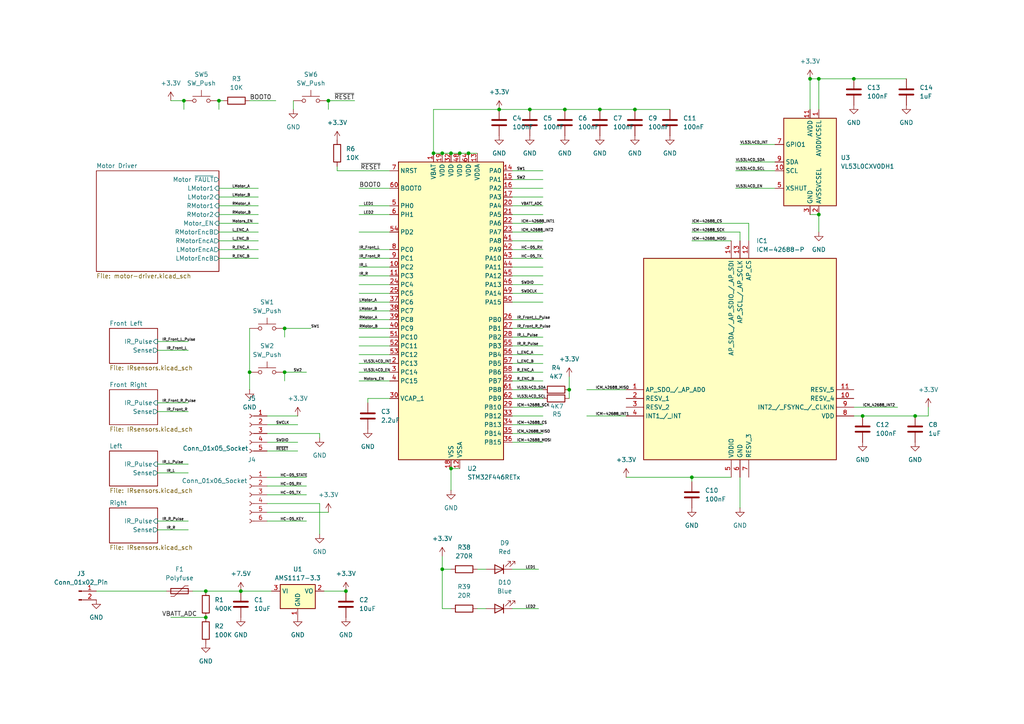
<source format=kicad_sch>
(kicad_sch (version 20231120) (generator "eeschema") (generator_version "8.0")
  (paper "A4")
  (title_block (title "Micromouse") (date "2024-03-31") (rev "1.0") (company "One Big Circle / Torbett Design Ltd"))
  (lib_symbols
    (symbol "Connector:Conn_01x02_Pin" (pin_names (offset 1.016) hide)
      (property "Reference" "J" (at 0 2.54 0))
      (property "Value" "Conn_01x02_Pin" (at 0 -5.08 0))
      (symbol "Conn_01x02_Pin_1_1"
        (polyline (pts (xy 1.27 -2.54) (xy 0.8636 -2.54)) (stroke (width 0.1524)))
        (polyline (pts (xy 1.27 0) (xy 0.8636 0)) (stroke (width 0.1524)))
        (rectangle (start 0.8636 -2.413) (end 0 -2.667) (stroke (width 0.1524)) (fill (type outline)))
        (rectangle (start 0.8636 0.127) (end 0 -0.127) (stroke (width 0.1524)) (fill (type outline)))
        (pin passive line (at 5.08 0 180) (length 3.81) (name "Pin_1") (number "1"))
        (pin passive line (at 5.08 -2.54 180) (length 3.81) (name "Pin_2") (number "2"))
      )
    )
    (symbol "Connector:Conn_01x05_Socket" (pin_names (offset 1.016) hide)
      (property "Reference" "J" (at 0 7.62 0))
      (property "Value" "Conn_01x05_Socket" (at 0 -7.62 0))
      (symbol "Conn_01x05_Socket_1_1"
        (arc (start 0 -4.572) (mid -0.5058 -5.08) (end 0 -5.588) (stroke (width 0.1524)))
        (arc (start 0 -2.032) (mid -0.5058 -2.54) (end 0 -3.048) (stroke (width 0.1524)))
        (polyline (pts (xy -1.27 -5.08) (xy -0.508 -5.08)) (stroke (width 0.1524)))
        (polyline (pts (xy -1.27 -2.54) (xy -0.508 -2.54)) (stroke (width 0.1524)))
        (polyline (pts (xy -1.27 0) (xy -0.508 0)) (stroke (width 0.1524)))
        (polyline (pts (xy -1.27 2.54) (xy -0.508 2.54)) (stroke (width 0.1524)))
        (polyline (pts (xy -1.27 5.08) (xy -0.508 5.08)) (stroke (width 0.1524)))
        (arc (start 0 0.508) (mid -0.5058 0) (end 0 -0.508) (stroke (width 0.1524)))
        (arc (start 0 3.048) (mid -0.5058 2.54) (end 0 2.032) (stroke (width 0.1524)))
        (arc (start 0 5.588) (mid -0.5058 5.08) (end 0 4.572) (stroke (width 0.1524)))
        (pin passive line (at -5.08 5.08 0) (length 3.81) (name "Pin_1") (number "1"))
        (pin passive line (at -5.08 2.54 0) (length 3.81) (name "Pin_2") (number "2"))
        (pin passive line (at -5.08 0 0) (length 3.81) (name "Pin_3") (number "3"))
        (pin passive line (at -5.08 -2.54 0) (length 3.81) (name "Pin_4") (number "4"))
        (pin passive line (at -5.08 -5.08 0) (length 3.81) (name "Pin_5") (number "5"))
      )
    )
    (symbol "Connector:Conn_01x06_Socket" (pin_names (offset 1.016) hide)
      (property "Reference" "J" (at 0 7.62 0))
      (property "Value" "Conn_01x06_Socket" (at 0 -10.16 0))
      (symbol "Conn_01x06_Socket_1_1"
        (arc (start 0 -7.112) (mid -0.5058 -7.62) (end 0 -8.128) (stroke (width 0.1524)))
        (arc (start 0 -4.572) (mid -0.5058 -5.08) (end 0 -5.588) (stroke (width 0.1524)))
        (arc (start 0 -2.032) (mid -0.5058 -2.54) (end 0 -3.048) (stroke (width 0.1524)))
        (polyline (pts (xy -1.27 -7.62) (xy -0.508 -7.62)) (stroke (width 0.1524)))
        (polyline (pts (xy -1.27 -5.08) (xy -0.508 -5.08)) (stroke (width 0.1524)))
        (polyline (pts (xy -1.27 -2.54) (xy -0.508 -2.54)) (stroke (width 0.1524)))
        (polyline (pts (xy -1.27 0) (xy -0.508 0)) (stroke (width 0.1524)))
        (polyline (pts (xy -1.27 2.54) (xy -0.508 2.54)) (stroke (width 0.1524)))
        (polyline (pts (xy -1.27 5.08) (xy -0.508 5.08)) (stroke (width 0.1524)))
        (arc (start 0 0.508) (mid -0.5058 0) (end 0 -0.508) (stroke (width 0.1524)))
        (arc (start 0 3.048) (mid -0.5058 2.54) (end 0 2.032) (stroke (width 0.1524)))
        (arc (start 0 5.588) (mid -0.5058 5.08) (end 0 4.572) (stroke (width 0.1524)))
        (pin passive line (at -5.08 5.08 0) (length 3.81) (name "Pin_1") (number "1"))
        (pin passive line (at -5.08 2.54 0) (length 3.81) (name "Pin_2") (number "2"))
        (pin passive line (at -5.08 0 0) (length 3.81) (name "Pin_3") (number "3"))
        (pin passive line (at -5.08 -2.54 0) (length 3.81) (name "Pin_4") (number "4"))
        (pin passive line (at -5.08 -5.08 0) (length 3.81) (name "Pin_5") (number "5"))
        (pin passive line (at -5.08 -7.62 0) (length 3.81) (name "Pin_6") (number "6"))
      )
    )
    (symbol "Device:C" (pin_numbers hide) (pin_names (offset 0.254))
      (property "Reference" "C" (at 0.635 2.54 0))
      (property "Value" "C" (at 0.635 -2.54 0))
      (symbol "C_0_1"
        (polyline (pts (xy -2.032 -0.762) (xy 2.032 -0.762)) (stroke (width 0.508)))
        (polyline (pts (xy -2.032 0.762) (xy 2.032 0.762)) (stroke (width 0.508)))
      )
      (symbol "C_1_1"
        (pin passive line (at 0 3.81 270) (length 2.794) (name "~") (number "1"))
        (pin passive line (at 0 -3.81 90) (length 2.794) (name "~") (number "2"))
      )
    )
    (symbol "Device:LED" (pin_numbers hide) (pin_names (offset 1.016) hide)
      (property "Reference" "D" (at 0 2.54 0))
      (property "Value" "LED" (at 0 -2.54 0))
      (symbol "LED_0_1"
        (polyline (pts (xy -1.27 -1.27) (xy -1.27 1.27)) (stroke (width 0.254)))
        (polyline (pts (xy -1.27 0) (xy 1.27 0)))
        (polyline (pts (xy 1.27 -1.27) (xy 1.27 1.27) (xy -1.27 0) (xy 1.27 -1.27)) (stroke (width 0.254)))
        (polyline (pts (xy -3.048 -0.762) (xy -4.572 -2.286) (xy -3.81 -2.286) (xy -4.572 -2.286) (xy -4.572 -1.524)))
        (polyline (pts (xy -1.778 -0.762) (xy -3.302 -2.286) (xy -2.54 -2.286) (xy -3.302 -2.286) (xy -3.302 -1.524)))
      )
      (symbol "LED_1_1"
        (pin passive line (at -3.81 0 0) (length 2.54) (name "K") (number "1"))
        (pin passive line (at 3.81 0 180) (length 2.54) (name "A") (number "2"))
      )
    )
    (symbol "Device:Polyfuse" (pin_numbers hide) (pin_names (offset 0))
      (property "Reference" "F" (at -2.54 0 90))
      (property "Value" "Polyfuse" (at 2.54 0 90))
      (symbol "Polyfuse_0_1"
        (rectangle (start -0.762 2.54) (end 0.762 -2.54) (stroke (width 0.254)))
        (polyline (pts (xy 0 2.54) (xy 0 -2.54)))
        (polyline (pts (xy -1.524 2.54) (xy -1.524 1.524) (xy 1.524 -1.524) (xy 1.524 -2.54)))
      )
      (symbol "Polyfuse_1_1"
        (pin passive line (at 0 3.81 270) (length 1.27) (name "~") (number "1"))
        (pin passive line (at 0 -3.81 90) (length 1.27) (name "~") (number "2"))
      )
    )
    (symbol "Device:R" (pin_numbers hide) (pin_names (offset 0))
      (property "Reference" "R" (at 2.032 0 90))
      (property "Value" "R" (at 0 0 90))
      (symbol "R_0_1"
        (rectangle (start -1.016 -2.54) (end 1.016 2.54) (stroke (width 0.254)))
      )
      (symbol "R_1_1"
        (pin passive line (at 0 3.81 270) (length 1.27) (name "~") (number "1"))
        (pin passive line (at 0 -3.81 90) (length 1.27) (name "~") (number "2"))
      )
    )
    (symbol "MCU_ST_STM32F4:STM32F446RETx"
      (property "Reference" "U" (at -15.24 44.45 0))
      (property "Value" "STM32F446RETx" (at 10.16 44.45 0))
      (symbol "STM32F446RETx_0_1"
        (rectangle (start -15.24 -43.18) (end 15.24 43.18) (stroke (width 0.254)) (fill (type background)))
      )
      (symbol "STM32F446RETx_1_1"
        (pin power_in line (at -5.08 45.72 270) (length 2.54) (name "VBAT") (number "1"))
        (pin bidirectional line (at -17.78 12.7 0) (length 2.54) (name "PC2") (number "10"))
        (pin bidirectional line (at -17.78 10.16 0) (length 2.54) (name "PC3") (number "11"))
        (pin power_in line (at 2.54 -45.72 90) (length 2.54) (name "VSSA") (number "12"))
        (pin power_in line (at 7.62 45.72 270) (length 2.54) (name "VDDA") (number "13"))
        (pin bidirectional line (at 17.78 40.64 180) (length 2.54) (name "PA0") (number "14"))
        (pin bidirectional line (at 17.78 38.1 180) (length 2.54) (name "PA1") (number "15"))
        (pin bidirectional line (at 17.78 35.56 180) (length 2.54) (name "PA2") (number "16"))
        (pin bidirectional line (at 17.78 33.02 180) (length 2.54) (name "PA3") (number "17"))
        (pin power_in line (at 0 -45.72 90) (length 2.54) (name "VSS") (number "18"))
        (pin power_in line (at -2.54 45.72 270) (length 2.54) (name "VDD") (number "19"))
        (pin bidirectional line (at -17.78 -15.24 0) (length 2.54) (name "PC13") (number "2"))
        (pin bidirectional line (at 17.78 30.48 180) (length 2.54) (name "PA4") (number "20"))
        (pin bidirectional line (at 17.78 27.94 180) (length 2.54) (name "PA5") (number "21"))
        (pin bidirectional line (at 17.78 25.4 180) (length 2.54) (name "PA6") (number "22"))
        (pin bidirectional line (at 17.78 22.86 180) (length 2.54) (name "PA7") (number "23"))
        (pin bidirectional line (at -17.78 7.62 0) (length 2.54) (name "PC4") (number "24"))
        (pin bidirectional line (at -17.78 5.08 0) (length 2.54) (name "PC5") (number "25"))
        (pin bidirectional line (at 17.78 -2.54 180) (length 2.54) (name "PB0") (number "26"))
        (pin bidirectional line (at 17.78 -5.08 180) (length 2.54) (name "PB1") (number "27"))
        (pin bidirectional line (at 17.78 -7.62 180) (length 2.54) (name "PB2") (number "28"))
        (pin bidirectional line (at 17.78 -27.94 180) (length 2.54) (name "PB10") (number "29"))
        (pin bidirectional line (at -17.78 -17.78 0) (length 2.54) (name "PC14") (number "3"))
        (pin power_out line (at -17.78 -25.4 0) (length 2.54) (name "VCAP_1") (number "30"))
        (pin passive line (at 0 -45.72 90) (length 2.54) hide (name "VSS") (number "31"))
        (pin power_in line (at 0 45.72 270) (length 2.54) (name "VDD") (number "32"))
        (pin bidirectional line (at 17.78 -30.48 180) (length 2.54) (name "PB12") (number "33"))
        (pin bidirectional line (at 17.78 -33.02 180) (length 2.54) (name "PB13") (number "34"))
        (pin bidirectional line (at 17.78 -35.56 180) (length 2.54) (name "PB14") (number "35"))
        (pin bidirectional line (at 17.78 -38.1 180) (length 2.54) (name "PB15") (number "36"))
        (pin bidirectional line (at -17.78 2.54 0) (length 2.54) (name "PC6") (number "37"))
        (pin bidirectional line (at -17.78 0 0) (length 2.54) (name "PC7") (number "38"))
        (pin bidirectional line (at -17.78 -2.54 0) (length 2.54) (name "PC8") (number "39"))
        (pin bidirectional line (at -17.78 -20.32 0) (length 2.54) (name "PC15") (number "4"))
        (pin bidirectional line (at -17.78 -5.08 0) (length 2.54) (name "PC9") (number "40"))
        (pin bidirectional line (at 17.78 20.32 180) (length 2.54) (name "PA8") (number "41"))
        (pin bidirectional line (at 17.78 17.78 180) (length 2.54) (name "PA9") (number "42"))
        (pin bidirectional line (at 17.78 15.24 180) (length 2.54) (name "PA10") (number "43"))
        (pin bidirectional line (at 17.78 12.7 180) (length 2.54) (name "PA11") (number "44"))
        (pin bidirectional line (at 17.78 10.16 180) (length 2.54) (name "PA12") (number "45"))
        (pin bidirectional line (at 17.78 7.62 180) (length 2.54) (name "PA13") (number "46"))
        (pin passive line (at 0 -45.72 90) (length 2.54) hide (name "VSS") (number "47"))
        (pin power_in line (at 2.54 45.72 270) (length 2.54) (name "VDD") (number "48"))
        (pin bidirectional line (at 17.78 5.08 180) (length 2.54) (name "PA14") (number "49"))
        (pin bidirectional line (at -17.78 30.48 0) (length 2.54) (name "PH0") (number "5"))
        (pin bidirectional line (at 17.78 2.54 180) (length 2.54) (name "PA15") (number "50"))
        (pin bidirectional line (at -17.78 -7.62 0) (length 2.54) (name "PC10") (number "51"))
        (pin bidirectional line (at -17.78 -10.16 0) (length 2.54) (name "PC11") (number "52"))
        (pin bidirectional line (at -17.78 -12.7 0) (length 2.54) (name "PC12") (number "53"))
        (pin bidirectional line (at -17.78 22.86 0) (length 2.54) (name "PD2") (number "54"))
        (pin bidirectional line (at 17.78 -10.16 180) (length 2.54) (name "PB3") (number "55"))
        (pin bidirectional line (at 17.78 -12.7 180) (length 2.54) (name "PB4") (number "56"))
        (pin bidirectional line (at 17.78 -15.24 180) (length 2.54) (name "PB5") (number "57"))
        (pin bidirectional line (at 17.78 -17.78 180) (length 2.54) (name "PB6") (number "58"))
        (pin bidirectional line (at 17.78 -20.32 180) (length 2.54) (name "PB7") (number "59"))
        (pin bidirectional line (at -17.78 27.94 0) (length 2.54) (name "PH1") (number "6"))
        (pin input line (at -17.78 35.56 0) (length 2.54) (name "BOOT0") (number "60"))
        (pin bidirectional line (at 17.78 -22.86 180) (length 2.54) (name "PB8") (number "61"))
        (pin bidirectional line (at 17.78 -25.4 180) (length 2.54) (name "PB9") (number "62"))
        (pin passive line (at 0 -45.72 90) (length 2.54) hide (name "VSS") (number "63"))
        (pin power_in line (at 5.08 45.72 270) (length 2.54) (name "VDD") (number "64"))
        (pin input line (at -17.78 40.64 0) (length 2.54) (name "NRST") (number "7"))
        (pin bidirectional line (at -17.78 17.78 0) (length 2.54) (name "PC0") (number "8"))
        (pin bidirectional line (at -17.78 15.24 0) (length 2.54) (name "PC1") (number "9"))
      )
    )
    (symbol "Regulator_Linear:AMS1117-3.3"
      (property "Reference" "U" (at -3.81 3.175 0))
      (property "Value" "AMS1117-3.3" (at 0 3.175 0))
      (symbol "AMS1117-3.3_0_1"
        (rectangle (start -5.08 -5.08) (end 5.08 1.905) (stroke (width 0.254)) (fill (type background)))
      )
      (symbol "AMS1117-3.3_1_1"
        (pin power_in line (at 0 -7.62 90) (length 2.54) (name "GND") (number "1"))
        (pin power_out line (at 7.62 0 180) (length 2.54) (name "VO") (number "2"))
        (pin power_in line (at -7.62 0 0) (length 2.54) (name "VI") (number "3"))
      )
    )
    (symbol "SamacSys_Parts:ICM-42688-P"
      (property "Reference" "IC" (at 62.23 43.18 0))
      (property "Value" "ICM-42688-P" (at 62.23 40.64 0))
      (symbol "ICM-42688-P_1_1"
        (rectangle (start 5.08 38.1) (end 60.96 -20.32) (stroke (width 0.254)) (fill (type background)))
        (pin passive line (at 0 0 0) (length 5.08) (name "AP_SDO_/_AP_AD0") (number "1"))
        (pin passive line (at 66.04 -2.54 180) (length 5.08) (name "RESV_4") (number "10"))
        (pin passive line (at 66.04 0 180) (length 5.08) (name "RESV_5") (number "11"))
        (pin passive line (at 35.56 43.18 270) (length 5.08) (name "AP_CS") (number "12"))
        (pin passive line (at 33.02 43.18 270) (length 5.08) (name "AP_SCL_/_AP_SCLK") (number "13"))
        (pin passive line (at 30.48 43.18 270) (length 5.08) (name "AP_SDA_/_AP_SDIO_/_AP_SDI") (number "14"))
        (pin passive line (at 0 -2.54 0) (length 5.08) (name "RESV_1") (number "2"))
        (pin passive line (at 0 -5.08 0) (length 5.08) (name "RESV_2") (number "3"))
        (pin passive line (at 0 -7.62 0) (length 5.08) (name "INT1_/_INT") (number "4"))
        (pin passive line (at 30.48 -25.4 90) (length 5.08) (name "VDDIO") (number "5"))
        (pin passive line (at 33.02 -25.4 90) (length 5.08) (name "GND") (number "6"))
        (pin passive line (at 35.56 -25.4 90) (length 5.08) (name "RESV_3") (number "7"))
        (pin passive line (at 66.04 -7.62 180) (length 5.08) (name "VDD") (number "8"))
        (pin passive line (at 66.04 -5.08 180) (length 5.08) (name "INT2_/_FSYNC_/_CLKIN") (number "9"))
      )
    )
    (symbol "Sensor_Distance:VL53L0CXV0DH1"
      (property "Reference" "U" (at -6.35 13.97 0))
      (property "Value" "VL53L0CXV0DH1" (at 12.065 13.97 0))
      (symbol "VL53L0CXV0DH1_0_1"
        (rectangle (start -7.62 12.7) (end 7.62 -12.7) (stroke (width 0.254)) (fill (type background)))
      )
      (symbol "VL53L0CXV0DH1_1_1"
        (pin power_in line (at 2.54 15.24 270) (length 2.54) (name "AVDDVCSEL") (number "1"))
        (pin input line (at -10.16 -2.54 0) (length 2.54) (name "SCL") (number "10"))
        (pin power_in line (at 0 15.24 270) (length 2.54) (name "AVDD") (number "11"))
        (pin passive line (at 0 -15.24 90) (length 2.54) hide (name "GND") (number "12"))
        (pin power_in line (at 2.54 -15.24 90) (length 2.54) (name "AVSSVCSEL") (number "2"))
        (pin power_in line (at 0 -15.24 90) (length 2.54) (name "GND") (number "3"))
        (pin passive line (at 0 -15.24 90) (length 2.54) hide (name "GND") (number "4"))
        (pin input line (at -10.16 -7.62 0) (length 2.54) (name "XSHUT") (number "5"))
        (pin passive line (at 0 -15.24 90) (length 2.54) hide (name "GND") (number "6"))
        (pin open_collector line (at -10.16 5.08 0) (length 2.54) (name "GPIO1") (number "7"))
        (pin no_connect line (at -7.62 7.62 0) (length 2.54) hide (name "DNC") (number "8"))
        (pin bidirectional line (at -10.16 0 0) (length 2.54) (name "SDA") (number "9"))
      )
    )
    (symbol "Switch:SW_Push" (pin_numbers hide) (pin_names (offset 1.016) hide)
      (property "Reference" "SW" (at 1.27 2.54 0))
      (property "Value" "SW_Push" (at 0 -1.524 0))
      (symbol "SW_Push_0_1"
        (circle (center -2.032 0) (radius 0.508))
        (polyline (pts (xy 0 1.27) (xy 0 3.048)))
        (polyline (pts (xy 2.54 1.27) (xy -2.54 1.27)))
        (circle (center 2.032 0) (radius 0.508))
        (pin passive line (at -5.08 0 0) (length 2.54) (name "1") (number "1"))
        (pin passive line (at 5.08 0 180) (length 2.54) (name "2") (number "2"))
      )
    )
    (symbol "power:+3.3V" (power) (pin_numbers hide) (pin_names (offset 0) hide)
      (property "Value" "+3.3V" (at 0 3.556 0))
      (symbol "+3.3V_0_1"
        (polyline (pts (xy -0.762 1.27) (xy 0 2.54)))
        (polyline (pts (xy 0 0) (xy 0 2.54)))
        (polyline (pts (xy 0 2.54) (xy 0.762 1.27)))
      )
      (symbol "+3.3V_1_1"
        (pin power_in line (at 0 0 90) (length 0) (name "~") (number "1"))
      )
    )
    (symbol "power:+7.5V" (power) (pin_numbers hide) (pin_names (offset 0) hide)
      (property "Value" "+7.5V" (at 0 3.556 0))
      (symbol "+7.5V_0_1"
        (polyline (pts (xy -0.762 1.27) (xy 0 2.54)))
        (polyline (pts (xy 0 0) (xy 0 2.54)))
        (polyline (pts (xy 0 2.54) (xy 0.762 1.27)))
      )
      (symbol "+7.5V_1_1"
        (pin power_in line (at 0 0 90) (length 0) (name "~") (number "1"))
      )
    )
    (symbol "power:GND" (power) (pin_numbers hide) (pin_names (offset 0) hide)
      (property "Value" "GND" (at 0 -3.81 0))
      (symbol "GND_0_1"
        (polyline (pts (xy 0 0) (xy 0 -1.27) (xy 1.27 -1.27) (xy 0 -2.54) (xy -1.27 -1.27) (xy 0 -1.27)))
      )
      (symbol "GND_1_1"
        (pin power_in line (at 0 0 270) (length 0) (name "~") (number "1"))
      )
    )
  )
  (junction (at 165.1 113.03))
  (junction (at 265.43 120.65))
  (junction (at 59.69 171.45))
  (junction (at 250.19 120.65))
  (junction (at 130.81 44.45))
  (junction (at 130.81 135.89))
  (junction (at 163.83 31.75))
  (junction (at 144.78 31.75))
  (junction (at 59.69 179.07))
  (junction (at 82.55 95.25))
  (junction (at 184.15 31.75))
  (junction (at 82.55 107.95))
  (junction (at 128.27 44.45))
  (junction (at 69.85 171.45))
  (junction (at 128.27 165.1))
  (junction (at 200.66 138.43))
  (junction (at 95.25 29.21))
  (junction (at 133.35 44.45))
  (junction (at 125.73 44.45))
  (junction (at 53.34 29.21))
  (junction (at 153.67 31.75))
  (junction (at 234.95 22.86))
  (junction (at 237.49 62.23))
  (junction (at 237.49 22.86))
  (junction (at 100.33 171.45))
  (junction (at 63.5 29.21))
  (junction (at 173.99 31.75))
  (junction (at 247.65 22.86))
  (junction (at 135.89 44.45))
  (junction (at 72.39 107.95))
  (wire (pts (xy 104.14 67.31) (xy 113.03 67.31)))
  (wire (pts (xy 63.5 67.31) (xy 74.93 67.31)))
  (wire (pts (xy 148.59 54.61) (xy 157.48 54.61)))
  (wire (pts (xy 148.59 72.39) (xy 157.48 72.39)))
  (wire (pts (xy 45.72 119.38) (xy 54.61 119.38)))
  (wire (pts (xy 95.25 29.21) (xy 95.25 31.75)))
  (wire (pts (xy 213.36 54.61) (xy 224.79 54.61)))
  (wire (pts (xy 104.14 74.93) (xy 113.03 74.93)))
  (wire (pts (xy 104.14 85.09) (xy 113.03 85.09)))
  (wire (pts (xy 148.59 102.87) (xy 157.48 102.87)))
  (wire (pts (xy 173.99 31.75) (xy 163.83 31.75)))
  (wire (pts (xy 128.27 44.45) (xy 130.81 44.45)))
  (wire (pts (xy 63.5 54.61) (xy 74.93 54.61)))
  (wire (pts (xy 200.66 64.77) (xy 217.17 64.77)))
  (wire (pts (xy 165.1 113.03) (xy 165.1 115.57)))
  (wire (pts (xy 55.88 171.45) (xy 59.69 171.45)))
  (wire (pts (xy 153.67 31.75) (xy 144.78 31.75)))
  (wire (pts (xy 148.59 165.1) (xy 156.21 165.1)))
  (wire (pts (xy 45.72 153.67) (xy 54.61 153.67)))
  (wire (pts (xy 128.27 176.53) (xy 128.27 165.1)))
  (wire (pts (xy 148.59 176.53) (xy 156.21 176.53)))
  (wire (pts (xy 148.59 57.15) (xy 157.48 57.15)))
  (wire (pts (xy 148.59 128.27) (xy 157.48 128.27)))
  (wire (pts (xy 104.14 102.87) (xy 113.03 102.87)))
  (wire (pts (xy 77.47 140.97) (xy 88.9 140.97)))
  (wire (pts (xy 104.14 90.17) (xy 113.03 90.17)))
  (wire (pts (xy 104.14 87.63) (xy 113.03 87.63)))
  (wire (pts (xy 138.43 165.1) (xy 140.97 165.1)))
  (wire (pts (xy 45.72 101.6) (xy 54.61 101.6)))
  (wire (pts (xy 63.5 69.85) (xy 74.93 69.85)))
  (wire (pts (xy 77.47 125.73) (xy 92.71 125.73)))
  (wire (pts (xy 130.81 44.45) (xy 133.35 44.45)))
  (wire (pts (xy 148.59 85.09) (xy 157.48 85.09)))
  (wire (pts (xy 77.47 143.51) (xy 88.9 143.51)))
  (wire (pts (xy 77.47 138.43) (xy 88.9 138.43)))
  (wire (pts (xy 213.36 49.53) (xy 224.79 49.53)))
  (wire (pts (xy 237.49 22.86) (xy 234.95 22.86)))
  (wire (pts (xy 148.59 123.19) (xy 157.48 123.19)))
  (wire (pts (xy 125.73 31.75) (xy 125.73 44.45)))
  (wire (pts (xy 200.66 67.31) (xy 214.63 67.31)))
  (wire (pts (xy 148.59 69.85) (xy 157.48 69.85)))
  (wire (pts (xy 77.47 123.19) (xy 86.36 123.19)))
  (wire (pts (xy 214.63 138.43) (xy 214.63 147.32)))
  (wire (pts (xy 148.59 49.53) (xy 157.48 49.53)))
  (wire (pts (xy 181.61 138.43) (xy 200.66 138.43)))
  (wire (pts (xy 148.59 64.77) (xy 157.48 64.77)))
  (wire (pts (xy 45.72 134.62) (xy 54.61 134.62)))
  (wire (pts (xy 97.79 49.53) (xy 113.03 49.53)))
  (wire (pts (xy 95.25 29.21) (xy 102.87 29.21)))
  (wire (pts (xy 163.83 31.75) (xy 153.67 31.75)))
  (wire (pts (xy 92.71 146.05) (xy 92.71 154.94)))
  (wire (pts (xy 148.59 62.23) (xy 157.48 62.23)))
  (wire (pts (xy 214.63 67.31) (xy 214.63 69.85)))
  (wire (pts (xy 144.78 31.75) (xy 125.73 31.75)))
  (wire (pts (xy 148.59 107.95) (xy 157.48 107.95)))
  (wire (pts (xy 106.68 115.57) (xy 106.68 116.84)))
  (wire (pts (xy 104.14 95.25) (xy 113.03 95.25)))
  (wire (pts (xy 104.14 72.39) (xy 113.03 72.39)))
  (wire (pts (xy 63.5 74.93) (xy 74.93 74.93)))
  (wire (pts (xy 148.59 110.49) (xy 157.48 110.49)))
  (wire (pts (xy 184.15 31.75) (xy 173.99 31.75)))
  (wire (pts (xy 104.14 97.79) (xy 113.03 97.79)))
  (wire (pts (xy 104.14 105.41) (xy 113.03 105.41)))
  (wire (pts (xy 148.59 120.65) (xy 157.48 120.65)))
  (wire (pts (xy 135.89 44.45) (xy 138.43 44.45)))
  (wire (pts (xy 148.59 118.11) (xy 157.48 118.11)))
  (wire (pts (xy 148.59 125.73) (xy 157.48 125.73)))
  (wire (pts (xy 165.1 109.22) (xy 165.1 113.03)))
  (wire (pts (xy 130.81 165.1) (xy 128.27 165.1)))
  (wire (pts (xy 113.03 115.57) (xy 106.68 115.57)))
  (wire (pts (xy 82.55 107.95) (xy 82.55 110.49)))
  (wire (pts (xy 200.66 69.85) (xy 212.09 69.85)))
  (wire (pts (xy 265.43 120.65) (xy 269.24 120.65)))
  (wire (pts (xy 247.65 120.65) (xy 250.19 120.65)))
  (wire (pts (xy 148.59 113.03) (xy 157.48 113.03)))
  (wire (pts (xy 63.5 72.39) (xy 74.93 72.39)))
  (wire (pts (xy 104.14 54.61) (xy 113.03 54.61)))
  (wire (pts (xy 200.66 138.43) (xy 200.66 139.7)))
  (wire (pts (xy 148.59 59.69) (xy 157.48 59.69)))
  (wire (pts (xy 148.59 105.41) (xy 157.48 105.41)))
  (wire (pts (xy 77.47 151.13) (xy 88.9 151.13)))
  (wire (pts (xy 247.65 22.86) (xy 262.89 22.86)))
  (wire (pts (xy 93.98 171.45) (xy 100.33 171.45)))
  (wire (pts (xy 69.85 171.45) (xy 78.74 171.45)))
  (wire (pts (xy 194.31 31.75) (xy 184.15 31.75)))
  (wire (pts (xy 77.47 148.59) (xy 95.25 148.59)))
  (wire (pts (xy 104.14 80.01) (xy 113.03 80.01)))
  (wire (pts (xy 237.49 22.86) (xy 237.49 31.75)))
  (wire (pts (xy 53.34 29.21) (xy 53.34 31.75)))
  (wire (pts (xy 170.18 120.65) (xy 181.61 120.65)))
  (wire (pts (xy 45.72 151.13) (xy 54.61 151.13)))
  (wire (pts (xy 128.27 165.1) (xy 128.27 161.29)))
  (wire (pts (xy 234.95 22.86) (xy 234.95 31.75)))
  (wire (pts (xy 148.59 115.57) (xy 157.48 115.57)))
  (wire (pts (xy 130.81 176.53) (xy 128.27 176.53)))
  (wire (pts (xy 148.59 82.55) (xy 157.48 82.55)))
  (wire (pts (xy 92.71 127) (xy 92.71 125.73)))
  (wire (pts (xy 148.59 87.63) (xy 157.48 87.63)))
  (wire (pts (xy 148.59 100.33) (xy 157.48 100.33)))
  (wire (pts (xy 45.72 137.16) (xy 54.61 137.16)))
  (wire (pts (xy 82.55 95.25) (xy 82.55 97.79)))
  (wire (pts (xy 63.5 64.77) (xy 74.93 64.77)))
  (wire (pts (xy 45.72 116.84) (xy 54.61 116.84)))
  (wire (pts (xy 133.35 44.45) (xy 135.89 44.45)))
  (wire (pts (xy 148.59 95.25) (xy 157.48 95.25)))
  (wire (pts (xy 130.81 135.89) (xy 130.81 142.24)))
  (wire (pts (xy 217.17 64.77) (xy 217.17 69.85)))
  (wire (pts (xy 148.59 77.47) (xy 157.48 77.47)))
  (wire (pts (xy 77.47 120.65) (xy 86.36 120.65)))
  (wire (pts (xy 104.14 110.49) (xy 113.03 110.49)))
  (wire (pts (xy 250.19 120.65) (xy 265.43 120.65)))
  (wire (pts (xy 104.14 77.47) (xy 113.03 77.47)))
  (wire (pts (xy 148.59 74.93) (xy 157.48 74.93)))
  (wire (pts (xy 138.43 176.53) (xy 140.97 176.53)))
  (wire (pts (xy 59.69 171.45) (xy 69.85 171.45)))
  (wire (pts (xy 77.47 146.05) (xy 92.71 146.05)))
  (wire (pts (xy 104.14 107.95) (xy 113.03 107.95)))
  (wire (pts (xy 77.47 130.81) (xy 86.36 130.81)))
  (wire (pts (xy 148.59 67.31) (xy 157.48 67.31)))
  (wire (pts (xy 49.53 29.21) (xy 53.34 29.21)))
  (wire (pts (xy 269.24 120.65) (xy 269.24 118.11)))
  (wire (pts (xy 63.5 57.15) (xy 74.93 57.15)))
  (wire (pts (xy 104.14 100.33) (xy 113.03 100.33)))
  (wire (pts (xy 247.65 118.11) (xy 260.35 118.11)))
  (wire (pts (xy 63.5 62.23) (xy 74.93 62.23)))
  (wire (pts (xy 130.81 135.89) (xy 133.35 135.89)))
  (wire (pts (xy 63.5 29.21) (xy 63.5 31.75)))
  (wire (pts (xy 72.39 95.25) (xy 72.39 107.95)))
  (wire (pts (xy 247.65 22.86) (xy 237.49 22.86)))
  (wire (pts (xy 237.49 62.23) (xy 237.49 67.31)))
  (wire (pts (xy 97.79 49.53) (xy 97.79 48.26)))
  (wire (pts (xy 82.55 95.25) (xy 90.17 95.25)))
  (wire (pts (xy 148.59 92.71) (xy 157.48 92.71)))
  (wire (pts (xy 170.18 113.03) (xy 181.61 113.03)))
  (wire (pts (xy 125.73 44.45) (xy 128.27 44.45)))
  (wire (pts (xy 85.09 29.21) (xy 85.09 31.75)))
  (wire (pts (xy 212.09 138.43) (xy 200.66 138.43)))
  (wire (pts (xy 77.47 128.27) (xy 86.36 128.27)))
  (wire (pts (xy 49.53 179.07) (xy 59.69 179.07)))
  (wire (pts (xy 72.39 29.21) (xy 80.01 29.21)))
  (wire (pts (xy 82.55 107.95) (xy 88.9 107.95)))
  (wire (pts (xy 148.59 52.07) (xy 157.48 52.07)))
  (wire (pts (xy 27.94 171.45) (xy 48.26 171.45)))
  (wire (pts (xy 213.36 46.99) (xy 224.79 46.99)))
  (wire (pts (xy 104.14 92.71) (xy 113.03 92.71)))
  (wire (pts (xy 214.63 41.91) (xy 224.79 41.91)))
  (wire (pts (xy 63.5 29.21) (xy 64.77 29.21)))
  (wire (pts (xy 45.72 99.06) (xy 54.61 99.06)))
  (wire (pts (xy 104.14 59.69) (xy 113.03 59.69)))
  (wire (pts (xy 148.59 80.01) (xy 157.48 80.01)))
  (wire (pts (xy 104.14 62.23) (xy 113.03 62.23)))
  (wire (pts (xy 72.39 107.95) (xy 72.39 113.03)))
  (wire (pts (xy 63.5 59.69) (xy 74.93 59.69)))
  (wire (pts (xy 104.14 82.55) (xy 113.03 82.55)))
  (wire (pts (xy 234.95 62.23) (xy 237.49 62.23)))
  (wire (pts (xy 148.59 97.79) (xy 157.48 97.79)))
  (label "IR_R" (at 104.14 80.01 0) (effects (font (size 0.762 0.762))))
  (label "LMotor_A" (at 67.31 54.61 0) (effects (font (size 0.762 0.762))))
  (label "L_ENC_B" (at 67.31 69.85 0) (effects (font (size 0.762 0.762))))
  (label "IR_Front_L_Pulse" (at 46.99 99.06 0) (effects (font (size 0.762 0.762))))
  (label "ICM-42688_INT1" (at 151.13 64.77 0) (effects (font (size 0.762 0.762))))
  (label "IR_R_Pulse" (at 149.86 100.33 0) (effects (font (size 0.762 0.762))))
  (label "SW2" (at 149.86 52.07 0) (effects (font (size 0.762 0.762))))
  (label "R_ENC_A" (at 149.86 107.95 0) (effects (font (size 0.762 0.762))))
  (label "L_ENC_A" (at 149.86 102.87 0) (effects (font (size 0.762 0.762))))
  (label "ICM-42688_MOSI" (at 200.66 69.85 0) (effects (font (size 0.762 0.762))))
  (label "R_ENC_A" (at 67.31 72.39 0) (effects (font (size 0.762 0.762))))
  (label "IR_R" (at 48.26 153.67 0) (effects (font (size 0.762 0.762))))
  (label "IR_L" (at 104.14 77.47 0) (effects (font (size 0.762 0.762))))
  (label "HC-05_TX" (at 81.28 143.51 0) (effects (font (size 0.762 0.762))))
  (label "SW1" (at 149.86 49.53 0) (effects (font (size 0.762 0.762))))
  (label "IR_L_Pulse" (at 149.86 97.79 0) (effects (font (size 0.762 0.762))))
  (label "ICM_42688_MISO" (at 149.86 125.73 0) (effects (font (size 0.762 0.762))))
  (label "LMotor_B" (at 67.31 57.15 0) (effects (font (size 0.762 0.762))))
  (label "~{RESET}" (at 102.87 29.21 180))
  (label "ICM-42688_MOSI" (at 149.86 128.27 0) (effects (font (size 0.762 0.762))))
  (label "ICM_42688_INT2" (at 151.13 67.31 0) (effects (font (size 0.762 0.762))))
  (label "IR_L" (at 48.26 137.16 0) (effects (font (size 0.762 0.762))))
  (label "ICM-42688_CS" (at 200.66 64.77 0) (effects (font (size 0.762 0.762))))
  (label "RMotor_B" (at 67.31 62.23 0) (effects (font (size 0.762 0.762))))
  (label "VBATT_ADC" (at 57.15 179.07 180))
  (label "ICM-42688_CS" (at 149.86 123.19 0) (effects (font (size 0.762 0.762))))
  (label "VL53L4CD_INT" (at 214.63 41.91 0) (effects (font (size 0.762 0.762))))
  (label "ICM-42688_INT1" (at 172.72 120.65 0) (effects (font (size 0.762 0.762))))
  (label "VL53L4CD_SDA" (at 149.86 113.03 0) (effects (font (size 0.762 0.762))))
  (label "VL53L4CD_INT" (at 105.41 105.41 0) (effects (font (size 0.762 0.762))))
  (label "L_ENC_A" (at 67.31 67.31 0) (effects (font (size 0.762 0.762))))
  (label "VL53L4CD_SDA" (at 213.36 46.99 0) (effects (font (size 0.762 0.762))))
  (label "HC-05_RX" (at 151.13 72.39 0) (effects (font (size 0.762 0.762))))
  (label "LED2" (at 105.41 62.23 0) (effects (font (size 0.762 0.762))))
  (label "BOOT0" (at 110.49 54.61 180))
  (label "SW2" (at 85.09 107.95 0) (effects (font (size 0.762 0.762))))
  (label "LED1" (at 105.41 59.69 0) (effects (font (size 0.762 0.762))))
  (label "VL53L4CD_EN" (at 105.41 107.95 0) (effects (font (size 0.762 0.762))))
  (label "IR_R_Pulse" (at 46.99 151.13 0) (effects (font (size 0.762 0.762))))
  (label "IR_Front_L" (at 104.14 72.39 0) (effects (font (size 0.762 0.762))))
  (label "IR_Front_L" (at 48.26 101.6 0) (effects (font (size 0.762 0.762))))
  (label "IR_Front_R_Pulse" (at 46.99 116.84 0) (effects (font (size 0.762 0.762))))
  (label "LMotor_A" (at 104.14 87.63 0) (effects (font (size 0.762 0.762))))
  (label "SWCLK" (at 80.01 123.19 0) (effects (font (size 0.762 0.762))))
  (label "HC-05_RX" (at 81.28 140.97 0) (effects (font (size 0.762 0.762))))
  (label "HC-05_STATE" (at 81.28 138.43 0) (effects (font (size 0.762 0.762))))
  (label "LMotor_B" (at 104.14 90.17 0) (effects (font (size 0.762 0.762))))
  (label "IR_Front_R_Pulse" (at 149.86 95.25 0) (effects (font (size 0.762 0.762))))
  (label "R_ENC_B" (at 149.86 110.49 0) (effects (font (size 0.762 0.762))))
  (label "IR_Front_R" (at 48.26 119.38 0) (effects (font (size 0.762 0.762))))
  (label "SWDIO" (at 151.13 82.55 0) (effects (font (size 0.762 0.762))))
  (label "SWDCLK" (at 151.13 85.09 0) (effects (font (size 0.762 0.762))))
  (label "VBATT_ADC" (at 151.13 59.69 0) (effects (font (size 0.762 0.762))))
  (label "LED2" (at 152.4 176.53 0) (effects (font (size 0.762 0.762))))
  (label "RMotor_A" (at 104.14 92.71 0) (effects (font (size 0.762 0.762))))
  (label "ICM-42688_SCK" (at 200.66 67.31 0) (effects (font (size 0.762 0.762))))
  (label "RMotor_B" (at 104.14 95.25 0) (effects (font (size 0.762 0.762))))
  (label "BOOT0" (at 78.74 29.21 180))
  (label "VL53L4CD_SCL" (at 213.36 49.53 0) (effects (font (size 0.762 0.762))))
  (label "IR_L_Pulse" (at 46.99 134.62 0) (effects (font (size 0.762 0.762))))
  (label "VL53L4CD_SCL" (at 149.86 115.57 0) (effects (font (size 0.762 0.762))))
  (label "IR_Front_R" (at 104.14 74.93 0) (effects (font (size 0.762 0.762))))
  (label "R_ENC_B" (at 67.31 74.93 0) (effects (font (size 0.762 0.762))))
  (label "~{RESET}" (at 110.49 49.53 180))
  (label "IR_Front_L_Pulse" (at 149.86 92.71 0) (effects (font (size 0.762 0.762))))
  (label "RMotor_A" (at 67.31 59.69 0) (effects (font (size 0.762 0.762))))
  (label "ICM_42688_INT2" (at 250.19 118.11 0) (effects (font (size 0.762 0.762))))
  (label "HC-05_TX" (at 151.13 74.93 0) (effects (font (size 0.762 0.762))))
  (label "HC-05_KEY" (at 81.28 151.13 0) (effects (font (size 0.762 0.762))))
  (label "Motors_EN" (at 67.31 64.77 0) (effects (font (size 0.762 0.762))))
  (label "ICM_42688_MISO" (at 172.72 113.03 0) (effects (font (size 0.762 0.762))))
  (label "~{RESET}" (at 80.01 130.81 0) (effects (font (size 0.762 0.762))))
  (label "L_ENC_B" (at 149.86 105.41 0) (effects (font (size 0.762 0.762))))
  (label "SWDIO" (at 80.01 128.27 0) (effects (font (size 0.762 0.762))))
  (label "Motors_EN" (at 105.41 110.49 0) (effects (font (size 0.762 0.762))))
  (label "VL53L4CD_EN" (at 213.36 54.61 0) (effects (font (size 0.762 0.762))))
  (label "ICM-42688_SCK" (at 149.86 118.11 0) (effects (font (size 0.762 0.762))))
  (label "LED1" (at 152.4 165.1 0) (effects (font (size 0.762 0.762))))
  (label "SW1" (at 90.17 95.25 0) (effects (font (size 0.762 0.762))))
  (symbol (lib_id "Device:R") (at 161.29 113.03 90) (unit 1)
    (property "Reference" "R4" (at 161.29 106.68 90))
    (property "Value" "4K7" (at 161.29 109.22 90))
    (property "Footprint" "Resistor_SMD:R_0603_1608Metric" (effects (hide yes)))
    (property "Description" "Resistor" (effects (hide yes)))
  )
  (symbol (lib_id "Device:C") (at 194.31 35.56 0) (unit 1)
    (property "Reference" "C11" (at 198.12 34.2899 0) (effects (justify left)))
    (property "Value" "100nF" (at 198.12 36.8299 0) (effects (justify left)))
    (property "Footprint" "Capacitor_SMD:C_0603_1608Metric" (effects (hide yes)))
    (property "Description" "Unpolarized capacitor" (effects (hide yes)))
  )
  (symbol (lib_id "Switch:SW_Push") (at 77.47 107.95 0) (unit 1)
    (property "Reference" "SW2" (at 77.47 100.33 0))
    (property "Value" "SW_Push" (at 77.47 102.87 0))
    (property "Footprint" "Button_Switch_SMD:SW_Push_1P1T_NO_CK_KSC6xxJ" (effects (hide yes)))
    (property "Description" "Push button switch, generic, two pins" (effects (hide yes)))
  )
  (symbol (lib_id "power:GND") (at 237.49 67.31 0) (unit 1)
    (property "Reference" "#PWR020" (effects (hide yes)))
    (property "Value" "GND" (at 237.49 72.39 0))
    (property "Description" "Power symbol creates a global label with name \"GND\" , ground" (effects (hide yes)))
  )
  (symbol (lib_id "power:+3.3V") (at 181.61 138.43 0) (unit 1)
    (property "Reference" "#PWR052" (effects (hide yes)))
    (property "Value" "+3.3V" (at 181.61 133.35 0))
    (property "Description" "Power symbol creates a global label with name \"+3.3V\"" (effects (hide yes)))
  )
  (symbol (lib_id "Device:R") (at 161.29 115.57 90) (unit 1)
    (property "Reference" "R5" (at 161.544 120.142 90))
    (property "Value" "4K7" (at 161.544 117.856 90))
    (property "Footprint" "Resistor_SMD:R_0603_1608Metric" (effects (hide yes)))
    (property "Description" "Resistor" (effects (hide yes)))
  )
  (symbol (lib_id "Device:LED") (at 144.78 165.1 180) (unit 1)
    (property "Reference" "D9" (at 146.3675 157.48 0))
    (property "Value" "Red" (at 146.3675 160.02 0))
    (property "Footprint" "LED_SMD:LED_0603_1608Metric" (effects (hide yes)))
    (property "Description" "Light emitting diode" (effects (hide yes)))
  )
  (symbol (lib_id "Device:C") (at 262.89 26.67 0) (unit 1)
    (property "Reference" "C14" (at 266.7 25.3999 0) (effects (justify left)))
    (property "Value" "1uF" (at 266.7 27.9399 0) (effects (justify left)))
    (property "Footprint" "Capacitor_SMD:C_0805_2012Metric" (effects (hide yes)))
    (property "Description" "Unpolarized capacitor" (effects (hide yes)))
  )
  (symbol (lib_id "SamacSys_Parts:ICM-42688-P") (at 181.61 113.03 0) (unit 1)
    (property "Reference" "IC1" (at 219.3641 69.85 0) (effects (justify left)))
    (property "Value" "ICM-42688-P" (at 219.3641 72.39 0) (effects (justify left)))
    (property "Footprint" "SamacSys_Parts:IIM42352" (effects (hide yes)))
    (property "Datasheet" "https://3cfeqx1hf82y3xcoull08ihx-wpengine.netdna-ssl.com/wp-content/uploads/2021/06/DS-000347-ICM-42688-P-v1.5.pdf" (effects (hide yes)))
    (property "Description" "IMU (Inertial Measurement Unit), 6-Axis, Accelerometer, Gyroscope" (effects (hide yes)))
    (property "Mouser Part Number" "410-ICM-42688-P" (effects (hide yes)))
    (property "Mouser Price/Stock" "https://www.mouser.co.uk/ProductDetail/TDK-InvenSense/ICM-42688-P?qs=OlC7AqGiEDk8QrNAV728zw%3D%3D" (effects (hide yes)))
    (property "Manufacturer_Name" "TDK-Lambda" (effects (hide yes)))
    (property "Manufacturer_Part_Number" "ICM-42688-P" (effects (hide yes)))
  )
  (symbol (lib_id "power:GND") (at 86.36 179.07 0) (unit 1)
    (property "Reference" "#PWR05" (effects (hide yes)))
    (property "Value" "GND" (at 86.36 184.15 0))
    (property "Description" "Power symbol creates a global label with name \"GND\" , ground" (effects (hide yes)))
  )
  (symbol (lib_id "power:GND") (at 144.78 39.37 0) (unit 1)
    (property "Reference" "#PWR013" (effects (hide yes)))
    (property "Value" "GND" (at 144.78 44.45 0))
    (property "Description" "Power symbol creates a global label with name \"GND\" , ground" (effects (hide yes)))
  )
  (symbol (lib_id "Switch:SW_Push") (at 77.47 95.25 0) (unit 1)
    (property "Reference" "SW1" (at 77.47 87.63 0))
    (property "Value" "SW_Push" (at 77.47 90.17 0))
    (property "Footprint" "Button_Switch_SMD:SW_Push_1P1T_NO_CK_KSC6xxJ" (effects (hide yes)))
    (property "Description" "Push button switch, generic, two pins" (effects (hide yes)))
  )
  (symbol (lib_id "MCU_ST_STM32F4:STM32F446RETx") (at 130.81 90.17 0) (unit 1)
    (property "Reference" "U2" (at 135.5441 135.89 0) (effects (justify left)))
    (property "Value" "STM32F446RETx" (at 135.5441 138.43 0) (effects (justify left)))
    (property "Footprint" "Package_QFP:LQFP-64_10x10mm_P0.5mm" (effects (hide yes)))
    (property "Datasheet" "https://www.st.com/resource/en/datasheet/stm32f446re.pdf" (effects (hide yes)))
    (property "Description" "STMicroelectronics Arm Cortex-M4 MCU, 512KB flash, 128KB RAM, 180 MHz, 1.8-3.6V, 50 GPIO, LQFP64" (effects (hide yes)))
  )
  (symbol (lib_id "power:GND") (at 72.39 113.03 0) (unit 1)
    (property "Reference" "#PWR057" (effects (hide yes)))
    (property "Value" "GND" (at 72.39 118.11 0))
    (property "Description" "Power symbol creates a global label with name \"GND\" , ground" (effects (hide yes)))
  )
  (symbol (lib_id "power:GND") (at 85.09 31.75 0) (unit 1)
    (property "Reference" "#PWR08" (effects (hide yes)))
    (property "Value" "GND" (at 85.09 36.83 0))
    (property "Description" "Power symbol creates a global label with name \"GND\" , ground" (effects (hide yes)))
  )
  (symbol (lib_id "power:GND") (at 163.83 39.37 0) (unit 1)
    (property "Reference" "#PWR015" (effects (hide yes)))
    (property "Value" "GND" (at 163.83 44.45 0))
    (property "Description" "Power symbol creates a global label with name \"GND\" , ground" (effects (hide yes)))
  )
  (symbol (lib_id "power:+3.3V") (at 269.24 118.11 0) (unit 1)
    (property "Reference" "#PWR051" (effects (hide yes)))
    (property "Value" "+3.3V" (at 269.24 113.03 0))
    (property "Description" "Power symbol creates a global label with name \"+3.3V\"" (effects (hide yes)))
  )
  (symbol (lib_id "Device:C") (at 173.99 35.56 0) (unit 1)
    (property "Reference" "C7" (at 177.8 34.2899 0) (effects (justify left)))
    (property "Value" "100nF" (at 177.8 36.8299 0) (effects (justify left)))
    (property "Footprint" "Capacitor_SMD:C_0603_1608Metric" (effects (hide yes)))
    (property "Description" "Unpolarized capacitor" (effects (hide yes)))
  )
  (symbol (lib_id "power:GND") (at 59.69 186.69 0) (unit 1)
    (property "Reference" "#PWR01" (effects (hide yes)))
    (property "Value" "GND" (at 59.69 191.77 0))
    (property "Description" "Power symbol creates a global label with name \"GND\" , ground" (effects (hide yes)))
  )
  (symbol (lib_id "Device:C") (at 144.78 35.56 0) (unit 1)
    (property "Reference" "C4" (at 148.59 34.2899 0) (effects (justify left)))
    (property "Value" "100nF" (at 148.59 36.8299 0) (effects (justify left)))
    (property "Footprint" "Capacitor_SMD:C_0603_1608Metric" (effects (hide yes)))
    (property "Description" "Unpolarized capacitor" (effects (hide yes)))
  )
  (symbol (lib_id "power:+3.3V") (at 128.27 161.29 0) (unit 1)
    (property "Reference" "#PWR058" (effects (hide yes)))
    (property "Value" "+3.3V" (at 128.27 156.21 0))
    (property "Description" "Power symbol creates a global label with name \"+3.3V\"" (effects (hide yes)))
  )
  (symbol (lib_id "power:GND") (at 184.15 39.37 0) (unit 1)
    (property "Reference" "#PWR017" (effects (hide yes)))
    (property "Value" "GND" (at 184.15 44.45 0))
    (property "Description" "Power symbol creates a global label with name \"GND\" , ground" (effects (hide yes)))
  )
  (symbol (lib_id "Device:C") (at 69.85 175.26 0) (unit 1)
    (property "Reference" "C1" (at 73.66 173.9899 0) (effects (justify left)))
    (property "Value" "10uF" (at 73.66 176.5299 0) (effects (justify left)))
    (property "Footprint" "Capacitor_SMD:C_1210_3225Metric" (effects (hide yes)))
    (property "Description" "Unpolarized capacitor" (effects (hide yes)))
  )
  (symbol (lib_id "Device:R") (at 134.62 176.53 90) (unit 1)
    (property "Reference" "R39" (at 134.62 170.18 90))
    (property "Value" "20R" (at 134.62 172.72 90))
    (property "Footprint" "Resistor_SMD:R_0603_1608Metric" (effects (hide yes)))
    (property "Description" "Resistor" (effects (hide yes)))
  )
  (symbol (lib_id "power:GND") (at 92.71 127 0) (unit 1)
    (property "Reference" "#PWR062" (effects (hide yes)))
    (property "Value" "GND" (at 92.71 132.08 0))
    (property "Description" "Power symbol creates a global label with name \"GND\" , ground" (effects (hide yes)))
  )
  (symbol (lib_id "Device:C") (at 265.43 124.46 0) (unit 1)
    (property "Reference" "C8" (at 269.24 123.1899 0) (effects (justify left)))
    (property "Value" "1uF" (at 269.24 125.7299 0) (effects (justify left)))
    (property "Footprint" "Capacitor_SMD:C_0603_1608Metric" (effects (hide yes)))
    (property "Description" "Unpolarized capacitor" (effects (hide yes)))
  )
  (symbol (lib_id "Device:C") (at 153.67 35.56 0) (unit 1)
    (property "Reference" "C5" (at 157.48 34.2899 0) (effects (justify left)))
    (property "Value" "100nF" (at 157.48 36.8299 0) (effects (justify left)))
    (property "Footprint" "Capacitor_SMD:C_0603_1608Metric" (effects (hide yes)))
    (property "Description" "Unpolarized capacitor" (effects (hide yes)))
  )
  (symbol (lib_id "power:GND") (at 265.43 128.27 0) (unit 1)
    (property "Reference" "#PWR055" (effects (hide yes)))
    (property "Value" "GND" (at 265.43 133.35 0))
    (property "Description" "Power symbol creates a global label with name \"GND\" , ground" (effects (hide yes)))
  )
  (symbol (lib_id "power:GND") (at 92.71 154.94 0) (unit 1)
    (property "Reference" "#PWR060" (effects (hide yes)))
    (property "Value" "GND" (at 92.71 160.02 0))
    (property "Description" "Power symbol creates a global label with name \"GND\" , ground" (effects (hide yes)))
  )
  (symbol (lib_id "Connector:Conn_01x06_Socket") (at 72.39 143.51 0) (mirror y) (unit 1)
    (property "Reference" "J4" (at 73.025 133.35 0))
    (property "Value" "Conn_01x06_Socket" (at 62.23 139.446 0))
    (property "Footprint" "Connector_PinSocket_2.54mm:PinSocket_1x06_P2.54mm_Vertical" (effects (hide yes)))
    (property "Description" "Generic connector, single row, 01x06, script generated" (effects (hide yes)))
  )
  (symbol (lib_id "power:GND") (at 27.94 173.99 0) (unit 1)
    (property "Reference" "#PWR050" (effects (hide yes)))
    (property "Value" "GND" (at 27.94 179.07 0))
    (property "Description" "Power symbol creates a global label with name \"GND\" , ground" (effects (hide yes)))
  )
  (symbol (lib_id "power:GND") (at 106.68 124.46 0) (unit 1)
    (property "Reference" "#PWR010" (effects (hide yes)))
    (property "Value" "GND" (at 106.68 129.54 0))
    (property "Description" "Power symbol creates a global label with name \"GND\" , ground" (effects (hide yes)))
  )
  (symbol (lib_id "Device:C") (at 184.15 35.56 0) (unit 1)
    (property "Reference" "C9" (at 187.96 34.2899 0) (effects (justify left)))
    (property "Value" "100nF" (at 187.96 36.8299 0) (effects (justify left)))
    (property "Footprint" "Capacitor_SMD:C_0603_1608Metric" (effects (hide yes)))
    (property "Description" "Unpolarized capacitor" (effects (hide yes)))
  )
  (symbol (lib_id "Device:C") (at 247.65 26.67 0) (unit 1)
    (property "Reference" "C13" (at 251.46 25.3999 0) (effects (justify left)))
    (property "Value" "100nF" (at 251.46 27.9399 0) (effects (justify left)))
    (property "Footprint" "Capacitor_SMD:C_0603_1608Metric" (effects (hide yes)))
    (property "Description" "Unpolarized capacitor" (effects (hide yes)))
  )
  (symbol (lib_id "power:GND") (at 153.67 39.37 0) (unit 1)
    (property "Reference" "#PWR014" (effects (hide yes)))
    (property "Value" "GND" (at 153.67 44.45 0))
    (property "Description" "Power symbol creates a global label with name \"GND\" , ground" (effects (hide yes)))
  )
  (symbol (lib_id "Device:C") (at 163.83 35.56 0) (unit 1)
    (property "Reference" "C6" (at 167.64 34.2899 0) (effects (justify left)))
    (property "Value" "100nF" (at 167.64 36.8299 0) (effects (justify left)))
    (property "Footprint" "Capacitor_SMD:C_0603_1608Metric" (effects (hide yes)))
    (property "Description" "Unpolarized capacitor" (effects (hide yes)))
  )
  (symbol (lib_id "Switch:SW_Push") (at 90.17 29.21 0) (unit 1)
    (property "Reference" "SW6" (at 90.17 21.59 0))
    (property "Value" "SW_Push" (at 90.17 24.13 0))
    (property "Footprint" "Button_Switch_SMD:SW_Push_1P1T_NO_CK_KSC6xxJ" (effects (hide yes)))
    (property "Description" "Push button switch, generic, two pins" (effects (hide yes)))
  )
  (symbol (lib_id "Device:R") (at 59.69 182.88 0) (unit 1)
    (property "Reference" "R2" (at 62.23 181.6099 0) (effects (justify left)))
    (property "Value" "100K" (at 62.23 184.1499 0) (effects (justify left)))
    (property "Footprint" "Resistor_SMD:R_0603_1608Metric" (effects (hide yes)))
    (property "Description" "Resistor" (effects (hide yes)))
  )
  (symbol (lib_id "Regulator_Linear:AMS1117-3.3") (at 86.36 171.45 0) (unit 1)
    (property "Reference" "U1" (at 86.36 165.1 0))
    (property "Value" "AMS1117-3.3" (at 86.36 167.64 0))
    (property "Footprint" "Package_TO_SOT_SMD:SOT-223-3_TabPin2" (effects (hide yes)))
    (property "Datasheet" "http://www.advanced-monolithic.com/pdf/ds1117.pdf" (effects (hide yes)))
    (property "Description" "1A Low Dropout regulator, positive, 3.3V fixed output, SOT-223" (effects (hide yes)))
  )
  (symbol (lib_id "Device:C") (at 100.33 175.26 0) (unit 1)
    (property "Reference" "C2" (at 104.14 173.9899 0) (effects (justify left)))
    (property "Value" "10uF" (at 104.14 176.5299 0) (effects (justify left)))
    (property "Footprint" "Capacitor_SMD:C_1210_3225Metric" (effects (hide yes)))
    (property "Description" "Unpolarized capacitor" (effects (hide yes)))
  )
  (symbol (lib_id "power:+3.3V") (at 100.33 171.45 0) (unit 1)
    (property "Reference" "#PWR06" (effects (hide yes)))
    (property "Value" "+3.3V" (at 100.33 166.37 0))
    (property "Description" "Power symbol creates a global label with name \"+3.3V\"" (effects (hide yes)))
  )
  (symbol (lib_id "Sensor_Distance:VL53L0CXV0DH1") (at 234.95 46.99 0) (unit 1)
    (property "Reference" "U3" (at 243.84 45.7199 0) (effects (justify left)))
    (property "Value" "VL53L0CXV0DH1" (at 243.84 48.2599 0) (effects (justify left)))
    (property "Footprint" "Sensor_Distance:ST_VL53L1x" (effects (hide yes)))
    (property "Datasheet" "https://www.st.com/resource/en/datasheet/vl53l0x.pdf" (effects (hide yes)))
    (property "Description" "2m distance ranging ToF sensor, Optical LGA12" (effects (hide yes)))
  )
  (symbol (lib_id "Device:C") (at 200.66 143.51 0) (unit 1)
    (property "Reference" "C10" (at 204.47 142.2399 0) (effects (justify left)))
    (property "Value" "100nF" (at 204.47 144.7799 0) (effects (justify left)))
    (property "Footprint" "Capacitor_SMD:C_0805_2012Metric" (effects (hide yes)))
    (property "Description" "Unpolarized capacitor" (effects (hide yes)))
  )
  (symbol (lib_id "power:GND") (at 262.89 30.48 0) (unit 1)
    (property "Reference" "#PWR022" (effects (hide yes)))
    (property "Value" "GND" (at 262.89 35.56 0))
    (property "Description" "Power symbol creates a global label with name \"GND\" , ground" (effects (hide yes)))
  )
  (symbol (lib_id "Device:R") (at 134.62 165.1 270) (unit 1)
    (property "Reference" "R38" (at 134.62 158.75 90))
    (property "Value" "270R" (at 134.62 161.29 90))
    (property "Footprint" "Resistor_SMD:R_0603_1608Metric_Pad0.98x0.95mm_HandSolder" (effects (hide yes)))
    (property "Description" "Resistor" (effects (hide yes)))
  )
  (symbol (lib_id "power:+3.3V") (at 144.78 31.75 0) (unit 1)
    (property "Reference" "#PWR012" (effects (hide yes)))
    (property "Value" "+3.3V" (at 144.78 26.67 0))
    (property "Description" "Power symbol creates a global label with name \"+3.3V\"" (effects (hide yes)))
  )
  (symbol (lib_id "Device:C") (at 106.68 120.65 0) (unit 1)
    (property "Reference" "C3" (at 110.49 119.3799 0) (effects (justify left)))
    (property "Value" "2.2uF" (at 110.49 121.9199 0) (effects (justify left)))
    (property "Footprint" "Capacitor_SMD:C_1210_3225Metric" (effects (hide yes)))
    (property "Description" "Unpolarized capacitor" (effects (hide yes)))
  )
  (symbol (lib_id "Device:Polyfuse") (at 52.07 171.45 90) (unit 1)
    (property "Reference" "F1" (at 52.07 165.1 90))
    (property "Value" "Polyfuse" (at 52.07 167.64 90))
    (property "Footprint" "Fuse:Fuse_1210_3225Metric" (effects (hide yes)))
    (property "Description" "Resettable fuse, polymeric positive temperature coefficient" (effects (hide yes)))
  )
  (symbol (lib_id "power:GND") (at 173.99 39.37 0) (unit 1)
    (property "Reference" "#PWR016" (effects (hide yes)))
    (property "Value" "GND" (at 173.99 44.45 0))
    (property "Description" "Power symbol creates a global label with name \"GND\" , ground" (effects (hide yes)))
  )
  (symbol (lib_id "power:+3.3V") (at 86.36 120.65 0) (unit 1)
    (property "Reference" "#PWR061" (effects (hide yes)))
    (property "Value" "+3.3V" (at 86.36 115.57 0))
    (property "Description" "Power symbol creates a global label with name \"+3.3V\"" (effects (hide yes)))
  )
  (symbol (lib_id "power:GND") (at 200.66 147.32 0) (unit 1)
    (property "Reference" "#PWR054" (effects (hide yes)))
    (property "Value" "GND" (at 200.66 152.4 0))
    (property "Description" "Power symbol creates a global label with name \"GND\" , ground" (effects (hide yes)))
  )
  (symbol (lib_id "Switch:SW_Push") (at 58.42 29.21 0) (unit 1)
    (property "Reference" "SW5" (at 58.42 21.59 0))
    (property "Value" "SW_Push" (at 58.42 24.13 0))
    (property "Footprint" "Button_Switch_SMD:SW_Push_1P1T_NO_CK_KSC6xxJ" (effects (hide yes)))
    (property "Description" "Push button switch, generic, two pins" (effects (hide yes)))
  )
  (symbol (lib_id "power:+7.5V") (at 69.85 171.45 0) (unit 1)
    (property "Reference" "#PWR02" (effects (hide yes)))
    (property "Value" "+7.5V" (at 69.85 166.37 0))
    (property "Description" "Power symbol creates a global label with name \"+7.5V\"" (effects (hide yes)))
  )
  (symbol (lib_id "power:+3.3V") (at 49.53 29.21 0) (unit 1)
    (property "Reference" "#PWR04" (effects (hide yes)))
    (property "Value" "+3.3V" (at 49.53 24.13 0))
    (property "Description" "Power symbol creates a global label with name \"+3.3V\"" (effects (hide yes)))
  )
  (symbol (lib_id "power:GND") (at 250.19 128.27 0) (unit 1)
    (property "Reference" "#PWR053" (effects (hide yes)))
    (property "Value" "GND" (at 250.19 133.35 0))
    (property "Description" "Power symbol creates a global label with name \"GND\" , ground" (effects (hide yes)))
  )
  (symbol (lib_id "power:GND") (at 69.85 179.07 0) (unit 1)
    (property "Reference" "#PWR03" (effects (hide yes)))
    (property "Value" "GND" (at 69.85 184.15 0))
    (property "Description" "Power symbol creates a global label with name \"GND\" , ground" (effects (hide yes)))
  )
  (symbol (lib_id "power:+3.3V") (at 95.25 148.59 0) (unit 1)
    (property "Reference" "#PWR059" (effects (hide yes)))
    (property "Value" "+3.3V" (at 95.25 143.51 0))
    (property "Description" "Power symbol creates a global label with name \"+3.3V\"" (effects (hide yes)))
  )
  (symbol (lib_id "power:+3.3V") (at 165.1 109.22 0) (unit 1)
    (property "Reference" "#PWR063" (effects (hide yes)))
    (property "Value" "+3.3V" (at 165.1 104.14 0))
    (property "Description" "Power symbol creates a global label with name \"+3.3V\"" (effects (hide yes)))
  )
  (symbol (lib_id "power:GND") (at 100.33 179.07 0) (unit 1)
    (property "Reference" "#PWR07" (effects (hide yes)))
    (property "Value" "GND" (at 100.33 184.15 0))
    (property "Description" "Power symbol creates a global label with name \"GND\" , ground" (effects (hide yes)))
  )
  (symbol (lib_id "power:GND") (at 214.63 147.32 0) (unit 1)
    (property "Reference" "#PWR056" (effects (hide yes)))
    (property "Value" "GND" (at 214.63 152.4 0))
    (property "Description" "Power symbol creates a global label with name \"GND\" , ground" (effects (hide yes)))
  )
  (symbol (lib_id "Device:R") (at 97.79 44.45 0) (unit 1)
    (property "Reference" "R6" (at 100.33 43.1799 0) (effects (justify left)))
    (property "Value" "10K" (at 100.33 45.7199 0) (effects (justify left)))
    (property "Footprint" "Resistor_SMD:R_0603_1608Metric" (effects (hide yes)))
    (property "Description" "Resistor" (effects (hide yes)))
  )
  (symbol (lib_id "Connector:Conn_01x05_Socket") (at 72.39 125.73 0) (mirror y) (unit 1)
    (property "Reference" "J5" (at 73.025 115.57 0))
    (property "Value" "Conn_01x05_Socket" (at 62.484 130.048 0))
    (property "Footprint" "Connector_PinHeader_2.54mm:PinHeader_1x05_P2.54mm_Vertical" (effects (hide yes)))
    (property "Description" "Generic connector, single row, 01x05, script generated" (effects (hide yes)))
  )
  (symbol (lib_id "power:GND") (at 194.31 39.37 0) (unit 1)
    (property "Reference" "#PWR018" (effects (hide yes)))
    (property "Value" "GND" (at 194.31 44.45 0))
    (property "Description" "Power symbol creates a global label with name \"GND\" , ground" (effects (hide yes)))
  )
  (symbol (lib_id "power:GND") (at 247.65 30.48 0) (unit 1)
    (property "Reference" "#PWR021" (effects (hide yes)))
    (property "Value" "GND" (at 247.65 35.56 0))
    (property "Description" "Power symbol creates a global label with name \"GND\" , ground" (effects (hide yes)))
  )
  (symbol (lib_id "Device:R") (at 68.58 29.21 90) (unit 1)
    (property "Reference" "R3" (at 68.58 22.86 90))
    (property "Value" "10K" (at 68.58 25.4 90))
    (property "Footprint" "Resistor_SMD:R_0603_1608Metric" (effects (hide yes)))
    (property "Description" "Resistor" (effects (hide yes)))
  )
  (symbol (lib_id "Device:R") (at 59.69 175.26 0) (unit 1)
    (property "Reference" "R1" (at 62.23 173.9899 0) (effects (justify left)))
    (property "Value" "400K" (at 62.23 176.5299 0) (effects (justify left)))
    (property "Footprint" "Resistor_SMD:R_0603_1608Metric" (effects (hide yes)))
    (property "Description" "Resistor" (effects (hide yes)))
  )
  (symbol (lib_id "power:+3.3V") (at 97.79 40.64 0) (unit 1)
    (property "Reference" "#PWR09" (effects (hide yes)))
    (property "Value" "+3.3V" (at 97.79 35.56 0))
    (property "Description" "Power symbol creates a global label with name \"+3.3V\"" (effects (hide yes)))
  )
  (symbol (lib_id "Device:C") (at 250.19 124.46 0) (unit 1)
    (property "Reference" "C12" (at 254 123.1899 0) (effects (justify left)))
    (property "Value" "100nF" (at 254 125.7299 0) (effects (justify left)))
    (property "Footprint" "Capacitor_SMD:C_0603_1608Metric" (effects (hide yes)))
    (property "Description" "Unpolarized capacitor" (effects (hide yes)))
  )
  (symbol (lib_id "Device:LED") (at 144.78 176.53 180) (unit 1)
    (property "Reference" "D10" (at 146.3675 168.91 0))
    (property "Value" "Blue" (at 146.3675 171.45 0))
    (property "Footprint" "LED_SMD:LED_0603_1608Metric" (effects (hide yes)))
    (property "Description" "Light emitting diode" (effects (hide yes)))
  )
  (symbol (lib_id "power:+3.3V") (at 234.95 22.86 0) (unit 1)
    (property "Reference" "#PWR019" (effects (hide yes)))
    (property "Value" "+3.3V" (at 234.95 17.78 0))
    (property "Description" "Power symbol creates a global label with name \"+3.3V\"" (effects (hide yes)))
  )
  (symbol (lib_id "Connector:Conn_01x02_Pin") (at 22.86 171.45 0) (unit 1)
    (property "Reference" "J3" (at 23.495 166.37 0))
    (property "Value" "Conn_01x02_Pin" (at 23.495 168.91 0))
    (property "Footprint" "Connector_JST:JST_EH_B2B-EH-A_1x02_P2.50mm_Vertical" (effects (hide yes)))
    (property "Description" "Generic connector, single row, 01x02, script generated" (effects (hide yes)))
  )
  (symbol (lib_id "power:GND") (at 130.81 142.24 0) (unit 1)
    (property "Reference" "#PWR011" (effects (hide yes)))
    (property "Value" "GND" (at 130.81 147.32 0))
    (property "Description" "Power symbol creates a global label with name \"GND\" , ground" (effects (hide yes)))
  )
  (sheet (at 31.75 130.81) (size 13.97 10.16) (stroke (width 0.1524))
    (property "Sheetname" "Left" (at 31.75 130.0984 0) (effects (justify left bottom)))
    (property "Sheetfile" "IRsensors.kicad_sch" (at 31.75 141.5546 0) (effects (justify left top)))
    (pin "IR_Pulse" input (at 45.72 134.62 0))
    (pin "Sense" output (at 45.72 137.16 0))
  )
  (sheet (at 27.94 49.53) (size 35.56 29.21) (stroke (width 0.1524))
    (property "Sheetname" "Motor Driver" (at 27.94 48.8184 0) (effects (justify left bottom)))
    (property "Sheetfile" "motor-driver.kicad_sch" (at 27.94 79.3246 0) (effects (justify left top)))
    (pin "Motor ~{FAULT}" output (at 63.5 52.07 0))
    (pin "LMotor1" input (at 63.5 54.61 0))
    (pin "LMotor2" input (at 63.5 57.15 0))
    (pin "RMotor1" input (at 63.5 59.69 0))
    (pin "RMotor2" input (at 63.5 62.23 0))
    (pin "Motor_EN" input (at 63.5 64.77 0))
    (pin "RMotorEncB" output (at 63.5 67.31 0))
    (pin "RMotorEncA" output (at 63.5 69.85 0))
    (pin "LMotorEncA" output (at 63.5 72.39 0))
    (pin "LMotorEncB" output (at 63.5 74.93 0))
  )
  (sheet (at 31.75 95.25) (size 13.97 10.16) (stroke (width 0.1524))
    (property "Sheetname" "Front Left" (at 31.75 94.5384 0) (effects (justify left bottom)))
    (property "Sheetfile" "IRsensors.kicad_sch" (at 31.75 105.9946 0) (effects (justify left top)))
    (pin "IR_Pulse" input (at 45.72 99.06 0))
    (pin "Sense" output (at 45.72 101.6 0))
  )
  (sheet (at 31.75 113.03) (size 13.97 10.16) (stroke (width 0.1524))
    (property "Sheetname" "Front Right" (at 31.75 112.3184 0) (effects (justify left bottom)))
    (property "Sheetfile" "IRsensors.kicad_sch" (at 31.75 123.7746 0) (effects (justify left top)))
    (pin "IR_Pulse" input (at 45.72 116.84 0))
    (pin "Sense" output (at 45.72 119.38 0))
  )
  (sheet (at 31.75 147.32) (size 13.97 10.16) (stroke (width 0.1524))
    (property "Sheetname" "Right" (at 31.75 146.6084 0) (effects (justify left bottom)))
    (property "Sheetfile" "IRsensors.kicad_sch" (at 31.75 158.0646 0) (effects (justify left top)))
    (pin "IR_Pulse" input (at 45.72 151.13 0))
    (pin "Sense" output (at 45.72 153.67 0))
  )
)
</source>
